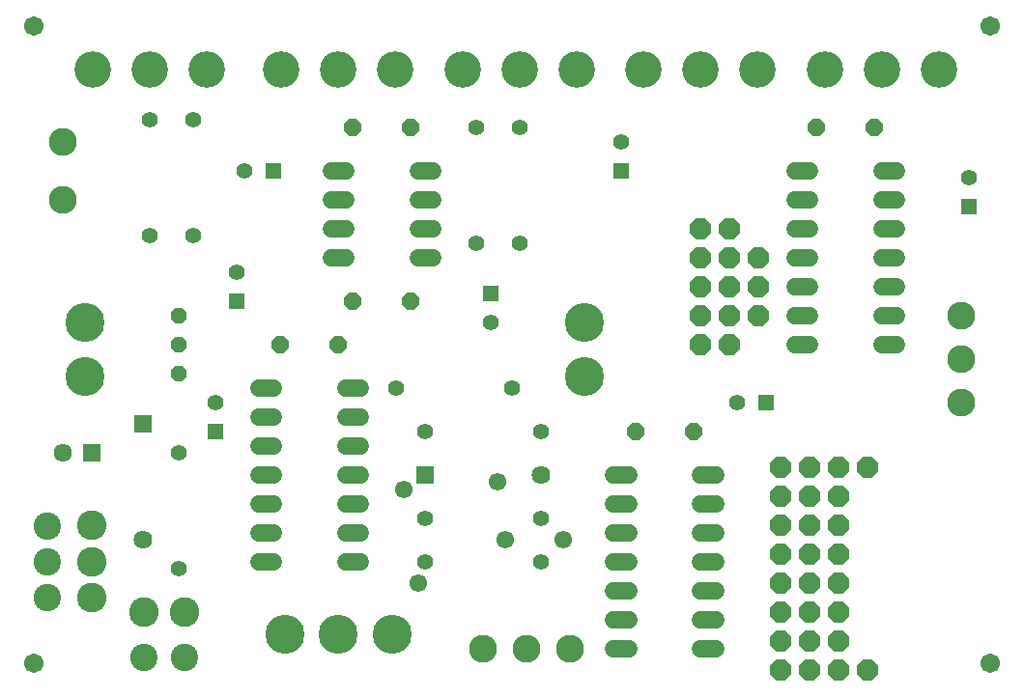
<source format=gts>
G04 This is an RS-274x file exported by *
G04 gerbv version 2.4.0 *
G04 More information is available about gerbv at *
G04 http://gerbv.gpleda.org/ *
G04 --End of header info--*
%MOIN*%
%FSLAX23Y23*%
%IPPOS*%
G04 --Define apertures--*
%ADD10C,0.0671*%
%ADD11C,0.0600*%
%ADD12R,0.0556X0.0556*%
%ADD13C,0.0556*%
%ADD14C,0.1261*%
%AMMACRO15*
5,1,8,0.000000,0.000000,0.064943,22.500000*
%
%ADD15MACRO15*%
%ADD16R,0.0640X0.0640*%
%ADD17C,0.0640*%
%ADD18C,0.1346*%
%AMMACRO19*
5,1,8,0.000000,0.000000,0.076850,22.500000*
%
%ADD19MACRO19*%
%AMMACRO20*
5,1,8,0.000000,0.000000,0.060181,22.500000*
%
%ADD20MACRO20*%
%ADD21C,0.0634*%
%ADD22R,0.0634X0.0634*%
%ADD23C,0.1025*%
%ADD24C,0.0946*%
%ADD25C,0.0966*%
%ADD26C,0.0611*%
G04 --Start main section--*
G54D10*
G01X00130Y00181D03*
G01X00130Y02381D03*
G01X03430Y02381D03*
G01X03430Y00181D03*
G54D11*
G01X02481Y00231D02*
G01X02429Y00231D01*
G01X02429Y00331D02*
G01X02481Y00331D01*
G01X02481Y00431D02*
G01X02429Y00431D01*
G01X02429Y00531D02*
G01X02481Y00531D01*
G01X02481Y00631D02*
G01X02429Y00631D01*
G01X02429Y00731D02*
G01X02481Y00731D01*
G01X02481Y00831D02*
G01X02429Y00831D01*
G01X02181Y00831D02*
G01X02129Y00831D01*
G01X02129Y00731D02*
G01X02181Y00731D01*
G01X02181Y00631D02*
G01X02129Y00631D01*
G01X02129Y00531D02*
G01X02181Y00531D01*
G01X02181Y00431D02*
G01X02129Y00431D01*
G01X02129Y00331D02*
G01X02181Y00331D01*
G01X02181Y00231D02*
G01X02129Y00231D01*
G01X01256Y00531D02*
G01X01204Y00531D01*
G01X01204Y00631D02*
G01X01256Y00631D01*
G01X01256Y00731D02*
G01X01204Y00731D01*
G01X01204Y00831D02*
G01X01256Y00831D01*
G01X01256Y00931D02*
G01X01204Y00931D01*
G01X01204Y01031D02*
G01X01256Y01031D01*
G01X01256Y01131D02*
G01X01204Y01131D01*
G01X00956Y01131D02*
G01X00904Y01131D01*
G01X00904Y01031D02*
G01X00956Y01031D01*
G01X00956Y00931D02*
G01X00904Y00931D01*
G01X00904Y00831D02*
G01X00956Y00831D01*
G01X00956Y00731D02*
G01X00904Y00731D01*
G01X00904Y00631D02*
G01X00956Y00631D01*
G01X00956Y00531D02*
G01X00904Y00531D01*
G01X01154Y01581D02*
G01X01206Y01581D01*
G01X01206Y01681D02*
G01X01154Y01681D01*
G01X01154Y01781D02*
G01X01206Y01781D01*
G01X01206Y01881D02*
G01X01154Y01881D01*
G01X01454Y01881D02*
G01X01506Y01881D01*
G01X01506Y01781D02*
G01X01454Y01781D01*
G01X01454Y01681D02*
G01X01506Y01681D01*
G01X01506Y01581D02*
G01X01454Y01581D01*
G01X02754Y01581D02*
G01X02806Y01581D01*
G01X02806Y01481D02*
G01X02754Y01481D01*
G01X02754Y01381D02*
G01X02806Y01381D01*
G01X02806Y01281D02*
G01X02754Y01281D01*
G01X03054Y01281D02*
G01X03106Y01281D01*
G01X03106Y01381D02*
G01X03054Y01381D01*
G01X03054Y01481D02*
G01X03106Y01481D01*
G01X03106Y01581D02*
G01X03054Y01581D01*
G01X03054Y01681D02*
G01X03106Y01681D01*
G01X03106Y01781D02*
G01X03054Y01781D01*
G01X03054Y01881D02*
G01X03106Y01881D01*
G01X02806Y01881D02*
G01X02754Y01881D01*
G01X02754Y01781D02*
G01X02806Y01781D01*
G01X02806Y01681D02*
G01X02754Y01681D01*
G54D12*
G01X03355Y01756D03*
G01X02655Y01081D03*
G01X01705Y01456D03*
G01X02155Y01881D03*
G01X00955Y01881D03*
G01X00830Y01431D03*
G01X00755Y00981D03*
G54D13*
G01X00755Y01081D03*
G01X00630Y00906D03*
G01X00630Y00506D03*
G01X01480Y00531D03*
G01X01480Y00681D03*
G01X01880Y00681D03*
G01X01880Y00531D03*
G01X01880Y00981D03*
G01X01780Y01131D03*
G01X01480Y00981D03*
G01X01380Y01131D03*
G01X01705Y01356D03*
G01X01655Y01631D03*
G01X01805Y01631D03*
G01X02155Y01981D03*
G01X01805Y02031D03*
G01X01655Y02031D03*
G01X00855Y01881D03*
G01X00680Y02056D03*
G01X00530Y02056D03*
G01X00530Y01656D03*
G01X00680Y01656D03*
G01X00830Y01531D03*
G01X02555Y01081D03*
G01X03355Y01856D03*
G54D14*
G01X03252Y02231D03*
G01X03055Y02231D03*
G01X02858Y02231D03*
G01X02627Y02231D03*
G01X02430Y02231D03*
G01X02233Y02231D03*
G01X02002Y02231D03*
G01X01805Y02231D03*
G01X01608Y02231D03*
G01X01377Y02231D03*
G01X01180Y02231D03*
G01X00983Y02231D03*
G01X00727Y02231D03*
G01X00530Y02231D03*
G01X00333Y02231D03*
G54D15*
G01X01230Y02031D03*
G01X01430Y02031D03*
G01X01430Y01431D03*
G01X01230Y01431D03*
G01X01180Y01281D03*
G01X00980Y01281D03*
G01X02205Y00981D03*
G01X02405Y00981D03*
G01X02830Y02031D03*
G01X03030Y02031D03*
G54D16*
G01X01480Y00831D03*
G01X00505Y01006D03*
G54D17*
G01X00505Y00606D03*
G01X01880Y00831D03*
G54D18*
G01X02030Y01171D03*
G01X02030Y01356D03*
G01X01365Y00281D03*
G01X01180Y00281D03*
G01X00995Y00281D03*
G01X00305Y01171D03*
G01X00305Y01356D03*
G54D19*
G01X02430Y01381D03*
G01X02530Y01381D03*
G01X02630Y01381D03*
G01X02630Y01481D03*
G01X02530Y01481D03*
G01X02430Y01481D03*
G01X02430Y01581D03*
G01X02530Y01581D03*
G01X02630Y01581D03*
G01X02530Y01681D03*
G01X02430Y01681D03*
G01X02430Y01281D03*
G01X02530Y01281D03*
G01X02705Y00856D03*
G01X02805Y00856D03*
G01X02905Y00856D03*
G01X03005Y00856D03*
G01X02905Y00756D03*
G01X02805Y00756D03*
G01X02705Y00756D03*
G01X02705Y00656D03*
G01X02805Y00656D03*
G01X02905Y00656D03*
G01X02905Y00556D03*
G01X02805Y00556D03*
G01X02705Y00556D03*
G01X02705Y00456D03*
G01X02805Y00456D03*
G01X02905Y00456D03*
G01X02905Y00356D03*
G01X02805Y00356D03*
G01X02705Y00356D03*
G01X02705Y00256D03*
G01X02805Y00256D03*
G01X02905Y00256D03*
G01X02905Y00156D03*
G01X02805Y00156D03*
G01X02705Y00156D03*
G01X03005Y00156D03*
G54D20*
G01X00630Y01181D03*
G01X00630Y01281D03*
G01X00630Y01381D03*
G54D21*
G01X00230Y00906D03*
G54D22*
G01X00330Y00906D03*
G54D23*
G01X00330Y00656D03*
G01X00330Y00531D03*
G01X00330Y00406D03*
G01X00510Y00356D03*
G01X00650Y00356D03*
G54D24*
G01X00650Y00201D03*
G01X00510Y00201D03*
G01X00175Y00408D03*
G01X00175Y00531D03*
G01X00175Y00653D03*
G54D25*
G01X01680Y00231D03*
G01X01830Y00231D03*
G01X01980Y00231D03*
G01X03330Y01081D03*
G01X03330Y01231D03*
G01X03330Y01381D03*
G01X00230Y01781D03*
G01X00230Y01981D03*
G54D26*
G01X01730Y00806D03*
G01X01755Y00606D03*
G01X01955Y00606D03*
G01X01455Y00456D03*
G01X01405Y00781D03*
M02*

</source>
